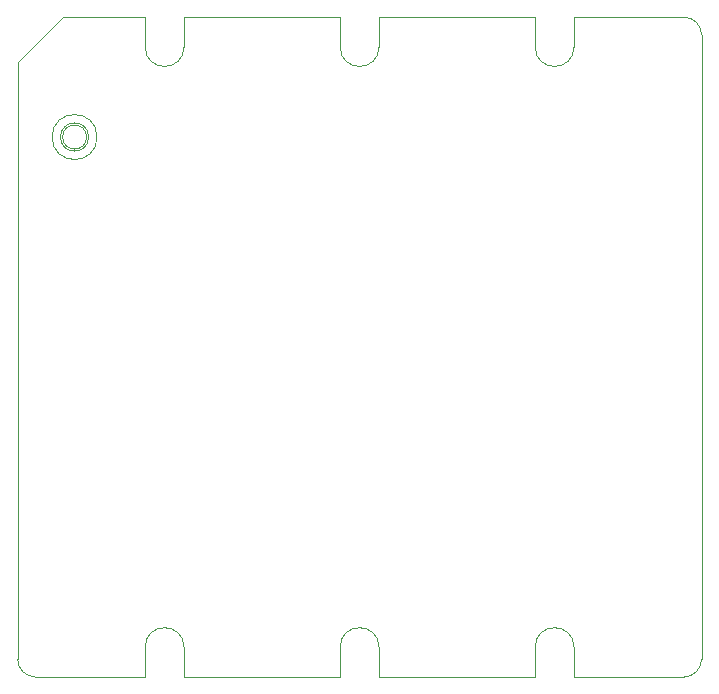
<source format=gm1>
G04 Layer_Color=16711935*
%FSLAX25Y25*%
%MOIN*%
G70*
G01*
G75*
%ADD41C,0.00300*%
D41*
X7500Y0D02*
G03*
X7500Y0I-7500J0D01*
G01*
X4700D02*
G03*
X4700Y0I-4700J0D01*
G01*
X209000Y34000D02*
G03*
X203000Y40000I-6000J0D01*
G01*
Y-180000D02*
G03*
X209000Y-174000I0J6000D01*
G01*
X-19000D02*
G03*
X-13000Y-180000I6000J0D01*
G01*
X4000Y0D02*
G03*
X4000Y0I-4000J0D01*
G01*
X153550Y30000D02*
G03*
X166450Y30000I6450J0D01*
G01*
X88550D02*
G03*
X101450Y30000I6450J0D01*
G01*
X23550D02*
G03*
X36450Y30000I6450J0D01*
G01*
Y-170000D02*
G03*
X23550Y-170000I-6450J0D01*
G01*
X101450D02*
G03*
X88550Y-170000I-6450J0D01*
G01*
X166450D02*
G03*
X153550Y-170000I-6450J0D01*
G01*
X-19000Y-174000D02*
Y25000D01*
X-4000Y40000D01*
X166450Y-180000D02*
X203000D01*
X101450D02*
X153550D01*
X36450D02*
X88550D01*
X36450Y40000D02*
X88550D01*
X101450D02*
X153550D01*
X166450D02*
X203000D01*
X166450Y-180000D02*
Y-170000D01*
X153550Y-180000D02*
Y-170000D01*
X101450Y-180000D02*
Y-170000D01*
X88550Y-180000D02*
Y-170000D01*
X36450Y-180000D02*
Y-170000D01*
X23550Y-180000D02*
Y-170000D01*
Y30000D02*
Y40000D01*
X36450Y30000D02*
Y40000D01*
X88550Y30000D02*
Y40000D01*
X101450Y30000D02*
Y40000D01*
X153550Y30000D02*
Y40000D01*
X166450Y30000D02*
Y40000D01*
X-13000Y-180000D02*
X23550D01*
X209000Y-174000D02*
Y34000D01*
X-4000Y40000D02*
X23550D01*
M02*

</source>
